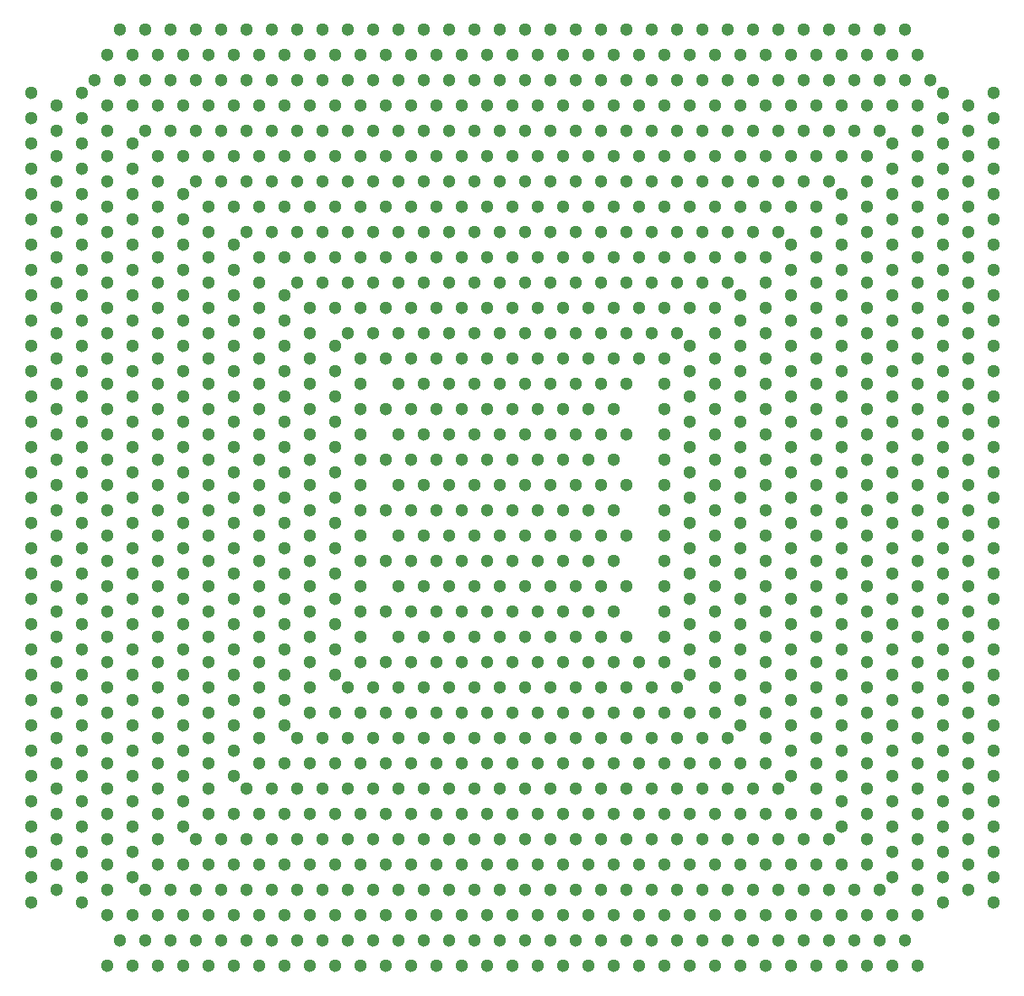
<source format=gbr>
G04 #@! TF.FileFunction,Copper,L1,Top,Signal*
%FSLAX46Y46*%
G04 Gerber Fmt 4.6, Leading zero omitted, Abs format (unit mm)*
G04 Created by KiCad (PCBNEW 4.0.7) date 11/22/17 23:51:00*
%MOMM*%
%LPD*%
G01*
G04 APERTURE LIST*
%ADD10C,0.100000*%
%ADD11C,1.300000*%
G04 APERTURE END LIST*
D10*
D11*
X125730000Y-66040000D03*
X127000000Y-68580000D03*
X128270000Y-66040000D03*
X129540000Y-68580000D03*
X130810000Y-66040000D03*
X132080000Y-68580000D03*
X133350000Y-66040000D03*
X134620000Y-68580000D03*
X135890000Y-66040000D03*
X137160000Y-68580000D03*
X138430000Y-66040000D03*
X139700000Y-68580000D03*
X140970000Y-66040000D03*
X142240000Y-68580000D03*
X143510000Y-66040000D03*
X144780000Y-68580000D03*
X146050000Y-66040000D03*
X147320000Y-68580000D03*
X148590000Y-66040000D03*
X149860000Y-68580000D03*
X151130000Y-66040000D03*
X152400000Y-68580000D03*
X153670000Y-66040000D03*
X154940000Y-68580000D03*
X156210000Y-66040000D03*
X157480000Y-68580000D03*
X158750000Y-66040000D03*
X160020000Y-68580000D03*
X161290000Y-66040000D03*
X162560000Y-68580000D03*
X163830000Y-66040000D03*
X165100000Y-68580000D03*
X166370000Y-66040000D03*
X167640000Y-68580000D03*
X168910000Y-66040000D03*
X170180000Y-68580000D03*
X171450000Y-66040000D03*
X172720000Y-68580000D03*
X173990000Y-66040000D03*
X175260000Y-68580000D03*
X124460000Y-67310000D03*
X124460000Y-69850000D03*
X127000000Y-71120000D03*
X124460000Y-72390000D03*
X127000000Y-73660000D03*
X124460000Y-74930000D03*
X127000000Y-76200000D03*
X124460000Y-77470000D03*
X127000000Y-78740000D03*
X124460000Y-80010000D03*
X127000000Y-81280000D03*
X124460000Y-82550000D03*
X127000000Y-83820000D03*
X124460000Y-85090000D03*
X130810000Y-71120000D03*
X133350000Y-71120000D03*
X135890000Y-71120000D03*
X138430000Y-71120000D03*
X140970000Y-71120000D03*
X129540000Y-72390000D03*
X129540000Y-74930000D03*
X129540000Y-77470000D03*
X129540000Y-80010000D03*
X129540000Y-82550000D03*
X132080000Y-73660000D03*
X132080000Y-76200000D03*
X132080000Y-78740000D03*
X132080000Y-81280000D03*
X134620000Y-73660000D03*
X137160000Y-73660000D03*
X139700000Y-73660000D03*
X134620000Y-77470000D03*
X135890000Y-76200000D03*
X134620000Y-80010000D03*
X138430000Y-76200000D03*
X124460000Y-87630000D03*
X124460000Y-90170000D03*
X124460000Y-92710000D03*
X124460000Y-95250000D03*
X124460000Y-97790000D03*
X124460000Y-100330000D03*
X124460000Y-102870000D03*
X124460000Y-105410000D03*
X124460000Y-107950000D03*
X124460000Y-110490000D03*
X124460000Y-113030000D03*
X124460000Y-115570000D03*
X124460000Y-118110000D03*
X124460000Y-120650000D03*
X125730000Y-121920000D03*
X128270000Y-121920000D03*
X130810000Y-121920000D03*
X133350000Y-121920000D03*
X135890000Y-121920000D03*
X138430000Y-121920000D03*
X140970000Y-121920000D03*
X143510000Y-121920000D03*
X146050000Y-121920000D03*
X148590000Y-121920000D03*
X151130000Y-121920000D03*
X153670000Y-121920000D03*
X156210000Y-121920000D03*
X158750000Y-121920000D03*
X161290000Y-121920000D03*
X163830000Y-121920000D03*
X166370000Y-121920000D03*
X168910000Y-121920000D03*
X171450000Y-121920000D03*
X173990000Y-121920000D03*
X176530000Y-121920000D03*
X179070000Y-121920000D03*
X180340000Y-120650000D03*
X180340000Y-118110000D03*
X180340000Y-115570000D03*
X180340000Y-113030000D03*
X180340000Y-110490000D03*
X180340000Y-107950000D03*
X180340000Y-105410000D03*
X180340000Y-102870000D03*
X180340000Y-100330000D03*
X180340000Y-97790000D03*
X180340000Y-95250000D03*
X180340000Y-92710000D03*
X180340000Y-90170000D03*
X180340000Y-87630000D03*
X180340000Y-85090000D03*
X180340000Y-82550000D03*
X180340000Y-80010000D03*
X180340000Y-77470000D03*
X180340000Y-74930000D03*
X180340000Y-72390000D03*
X180340000Y-69850000D03*
X180340000Y-67310000D03*
X179070000Y-66040000D03*
X176530000Y-66040000D03*
X177800000Y-68580000D03*
X177800000Y-71120000D03*
X177800000Y-73660000D03*
X177800000Y-76200000D03*
X177800000Y-78740000D03*
X177800000Y-81280000D03*
X177800000Y-83820000D03*
X177800000Y-86360000D03*
X177800000Y-88900000D03*
X177800000Y-91440000D03*
X177800000Y-93980000D03*
X177800000Y-96520000D03*
X177800000Y-99060000D03*
X177800000Y-101600000D03*
X177800000Y-104140000D03*
X177800000Y-106680000D03*
X177800000Y-109220000D03*
X177800000Y-111760000D03*
X177800000Y-114300000D03*
X177800000Y-116840000D03*
X177800000Y-119380000D03*
X175260000Y-119380000D03*
X172720000Y-119380000D03*
X170180000Y-119380000D03*
X167640000Y-119380000D03*
X165100000Y-119380000D03*
X162560000Y-119380000D03*
X160020000Y-119380000D03*
X157480000Y-119380000D03*
X154940000Y-119380000D03*
X152400000Y-119380000D03*
X149860000Y-119380000D03*
X147320000Y-119380000D03*
X144780000Y-119380000D03*
X142240000Y-119380000D03*
X139700000Y-119380000D03*
X137160000Y-119380000D03*
X134620000Y-119380000D03*
X132080000Y-119380000D03*
X129540000Y-119380000D03*
X127000000Y-119380000D03*
X127000000Y-116840000D03*
X127000000Y-114300000D03*
X127000000Y-111760000D03*
X127000000Y-109220000D03*
X127000000Y-106680000D03*
X127000000Y-104140000D03*
X127000000Y-101600000D03*
X127000000Y-99060000D03*
X127000000Y-96520000D03*
X127000000Y-93980000D03*
X127000000Y-91440000D03*
X127000000Y-86360000D03*
X127000000Y-88900000D03*
X138430000Y-111760000D03*
X138430000Y-116840000D03*
X140970000Y-116840000D03*
X140970000Y-111760000D03*
X140970000Y-106680000D03*
X140970000Y-101600000D03*
X140970000Y-96520000D03*
X140970000Y-91440000D03*
X140970000Y-86360000D03*
X140970000Y-81280000D03*
X140970000Y-76200000D03*
X139700000Y-78740000D03*
X139700000Y-83820000D03*
X139700000Y-88900000D03*
X139700000Y-93980000D03*
X139700000Y-99060000D03*
X139700000Y-104140000D03*
X139700000Y-109220000D03*
X139700000Y-114300000D03*
X142240000Y-114300000D03*
X142240000Y-109220000D03*
X142240000Y-104140000D03*
X142240000Y-99060000D03*
X142240000Y-93980000D03*
X142240000Y-88900000D03*
X142240000Y-83820000D03*
X142240000Y-78740000D03*
X142240000Y-73660000D03*
X143510000Y-71120000D03*
X143510000Y-76200000D03*
X143510000Y-81280000D03*
X143510000Y-86360000D03*
X143510000Y-91440000D03*
X143510000Y-96520000D03*
X143510000Y-101600000D03*
X143510000Y-106680000D03*
X143510000Y-111760000D03*
X143510000Y-116840000D03*
X144780000Y-114300000D03*
X144780000Y-109220000D03*
X144780000Y-104140000D03*
X144780000Y-99060000D03*
X144780000Y-93980000D03*
X144780000Y-88900000D03*
X144780000Y-83820000D03*
X144780000Y-78740000D03*
X144780000Y-73660000D03*
X146050000Y-71120000D03*
X146050000Y-76200000D03*
X146050000Y-81280000D03*
X146050000Y-86360000D03*
X146050000Y-91440000D03*
X146050000Y-96520000D03*
X146050000Y-101600000D03*
X146050000Y-106680000D03*
X146050000Y-111760000D03*
X146050000Y-116840000D03*
X147320000Y-114300000D03*
X147320000Y-109220000D03*
X147320000Y-104140000D03*
X147320000Y-99060000D03*
X147320000Y-93980000D03*
X147320000Y-88900000D03*
X147320000Y-83820000D03*
X147320000Y-78740000D03*
X147320000Y-73660000D03*
X148590000Y-71120000D03*
X148590000Y-76200000D03*
X148590000Y-81280000D03*
X148590000Y-86360000D03*
X148590000Y-91440000D03*
X148590000Y-96520000D03*
X148590000Y-101600000D03*
X148590000Y-106680000D03*
X148590000Y-111760000D03*
X148590000Y-116840000D03*
X149860000Y-114300000D03*
X149860000Y-109220000D03*
X149860000Y-104140000D03*
X149860000Y-99060000D03*
X149860000Y-93980000D03*
X149860000Y-88900000D03*
X149860000Y-78740000D03*
X149860000Y-83820000D03*
X149860000Y-73660000D03*
X151130000Y-71120000D03*
X151130000Y-76200000D03*
X151130000Y-81280000D03*
X151130000Y-86360000D03*
X151130000Y-91440000D03*
X151130000Y-96520000D03*
X151130000Y-101600000D03*
X151130000Y-106680000D03*
X151130000Y-111760000D03*
X151130000Y-116840000D03*
X152400000Y-114300000D03*
X152400000Y-109220000D03*
X152400000Y-104140000D03*
X152400000Y-99060000D03*
X152400000Y-93980000D03*
X152400000Y-88900000D03*
X152400000Y-83820000D03*
X152400000Y-78740000D03*
X152400000Y-73660000D03*
X153670000Y-71120000D03*
X153670000Y-76200000D03*
X153670000Y-81280000D03*
X153670000Y-86360000D03*
X153670000Y-91440000D03*
X153670000Y-96520000D03*
X153670000Y-101600000D03*
X153670000Y-106680000D03*
X153670000Y-116840000D03*
X153670000Y-111760000D03*
X154940000Y-114300000D03*
X154940000Y-109220000D03*
X154940000Y-104140000D03*
X154940000Y-99060000D03*
X154940000Y-93980000D03*
X154940000Y-88900000D03*
X154940000Y-83820000D03*
X154940000Y-78740000D03*
X154940000Y-73660000D03*
X156210000Y-71120000D03*
X156210000Y-76200000D03*
X156210000Y-81280000D03*
X156210000Y-86360000D03*
X156210000Y-91440000D03*
X156210000Y-96520000D03*
X156210000Y-101600000D03*
X156210000Y-106680000D03*
X156210000Y-111760000D03*
X156210000Y-116840000D03*
X157480000Y-114300000D03*
X158750000Y-116840000D03*
X158750000Y-111760000D03*
X157480000Y-109220000D03*
X157480000Y-104140000D03*
X157480000Y-99060000D03*
X157480000Y-93980000D03*
X157480000Y-88900000D03*
X157480000Y-83820000D03*
X157480000Y-78740000D03*
X157480000Y-73660000D03*
X158750000Y-71120000D03*
X158750000Y-76200000D03*
X158750000Y-81280000D03*
X158750000Y-86360000D03*
X158750000Y-91440000D03*
X158750000Y-96520000D03*
X158750000Y-101600000D03*
X158750000Y-106680000D03*
X160020000Y-114300000D03*
X160020000Y-109220000D03*
X160020000Y-104140000D03*
X160020000Y-99060000D03*
X160020000Y-93980000D03*
X160020000Y-88900000D03*
X160020000Y-83820000D03*
X160020000Y-78740000D03*
X160020000Y-73660000D03*
X161290000Y-71120000D03*
X161290000Y-76200000D03*
X161290000Y-81280000D03*
X161290000Y-86360000D03*
X161290000Y-91440000D03*
X161290000Y-96520000D03*
X161290000Y-101600000D03*
X161290000Y-106680000D03*
X161290000Y-111760000D03*
X161290000Y-116840000D03*
X162560000Y-114300000D03*
X162560000Y-109220000D03*
X162560000Y-104140000D03*
X162560000Y-99060000D03*
X162560000Y-93980000D03*
X162560000Y-88900000D03*
X162560000Y-83820000D03*
X162560000Y-73660000D03*
X162560000Y-78740000D03*
X163830000Y-71120000D03*
X163830000Y-76200000D03*
X163830000Y-81280000D03*
X163830000Y-86360000D03*
X163830000Y-91440000D03*
X163830000Y-96520000D03*
X163830000Y-101600000D03*
X163830000Y-106680000D03*
X163830000Y-111760000D03*
X163830000Y-116840000D03*
X129540000Y-85090000D03*
X129540000Y-87630000D03*
X129540000Y-90170000D03*
X129540000Y-92710000D03*
X129540000Y-95250000D03*
X129540000Y-97790000D03*
X129540000Y-100330000D03*
X129540000Y-102870000D03*
X129540000Y-105410000D03*
X129540000Y-107950000D03*
X129540000Y-110490000D03*
X129540000Y-113030000D03*
X129540000Y-115570000D03*
X130810000Y-116840000D03*
X133350000Y-116840000D03*
X135890000Y-116840000D03*
X166370000Y-116840000D03*
X168910000Y-116840000D03*
X171450000Y-116840000D03*
X173990000Y-116840000D03*
X175260000Y-115570000D03*
X175260000Y-113030000D03*
X175260000Y-110490000D03*
X175260000Y-107950000D03*
X175260000Y-105410000D03*
X175260000Y-102870000D03*
X175260000Y-100330000D03*
X175260000Y-97790000D03*
X175260000Y-95250000D03*
X175260000Y-92710000D03*
X175260000Y-90170000D03*
X175260000Y-87630000D03*
X175260000Y-85090000D03*
X175260000Y-82550000D03*
X175260000Y-80010000D03*
X175260000Y-77470000D03*
X175260000Y-74930000D03*
X175260000Y-72390000D03*
X173990000Y-71120000D03*
X171450000Y-71120000D03*
X168910000Y-71120000D03*
X166370000Y-71120000D03*
X165100000Y-73660000D03*
X167640000Y-73660000D03*
X170180000Y-73660000D03*
X172720000Y-73660000D03*
X172720000Y-76200000D03*
X172720000Y-78740000D03*
X172720000Y-81280000D03*
X172720000Y-83820000D03*
X172720000Y-86360000D03*
X172720000Y-88900000D03*
X172720000Y-91440000D03*
X172720000Y-93980000D03*
X172720000Y-96520000D03*
X172720000Y-99060000D03*
X172720000Y-101600000D03*
X172720000Y-104140000D03*
X172720000Y-106680000D03*
X172720000Y-109220000D03*
X172720000Y-111760000D03*
X172720000Y-114300000D03*
X170180000Y-114300000D03*
X167640000Y-114300000D03*
X165100000Y-114300000D03*
X137160000Y-114300000D03*
X134620000Y-114300000D03*
X132080000Y-114300000D03*
X132080000Y-111760000D03*
X132080000Y-109220000D03*
X132080000Y-106680000D03*
X132080000Y-104140000D03*
X132080000Y-101600000D03*
X132080000Y-99060000D03*
X132080000Y-96520000D03*
X132080000Y-93980000D03*
X132080000Y-91440000D03*
X132080000Y-88900000D03*
X132080000Y-86360000D03*
X132080000Y-83820000D03*
X134620000Y-82550000D03*
X134620000Y-85090000D03*
X134620000Y-87630000D03*
X134620000Y-90170000D03*
X134620000Y-92710000D03*
X134620000Y-95250000D03*
X134620000Y-97790000D03*
X134620000Y-100330000D03*
X134620000Y-102870000D03*
X134620000Y-105410000D03*
X134620000Y-107950000D03*
X134620000Y-110490000D03*
X135890000Y-111760000D03*
X166370000Y-111760000D03*
X168910000Y-111760000D03*
X170180000Y-110490000D03*
X170180000Y-107950000D03*
X170180000Y-105410000D03*
X170180000Y-102870000D03*
X170180000Y-100330000D03*
X170180000Y-97790000D03*
X170180000Y-95250000D03*
X170180000Y-92710000D03*
X170180000Y-90170000D03*
X170180000Y-87630000D03*
X170180000Y-85090000D03*
X170180000Y-82550000D03*
X170180000Y-80010000D03*
X170180000Y-77470000D03*
X168910000Y-76200000D03*
X166370000Y-76200000D03*
X137160000Y-78740000D03*
X165100000Y-78740000D03*
X167640000Y-78740000D03*
X167640000Y-81280000D03*
X167640000Y-83820000D03*
X167640000Y-86360000D03*
X167640000Y-88900000D03*
X167640000Y-91440000D03*
X167640000Y-93980000D03*
X167640000Y-96520000D03*
X167640000Y-99060000D03*
X167640000Y-101600000D03*
X167640000Y-104140000D03*
X167640000Y-106680000D03*
X167640000Y-109220000D03*
X165100000Y-109220000D03*
X137160000Y-109220000D03*
X137160000Y-106680000D03*
X137160000Y-104140000D03*
X137160000Y-101600000D03*
X137160000Y-99060000D03*
X137160000Y-96520000D03*
X137160000Y-93980000D03*
X137160000Y-91440000D03*
X137160000Y-88900000D03*
X137160000Y-86360000D03*
X137160000Y-83820000D03*
X137160000Y-81280000D03*
X124460000Y-63500000D03*
X127000000Y-63500000D03*
X129540000Y-63500000D03*
X132080000Y-63500000D03*
X134620000Y-63500000D03*
X137160000Y-63500000D03*
X139700000Y-63500000D03*
X142240000Y-63500000D03*
X144780000Y-63500000D03*
X147320000Y-63500000D03*
X149860000Y-63500000D03*
X152400000Y-63500000D03*
X154940000Y-63500000D03*
X157480000Y-63500000D03*
X160020000Y-63500000D03*
X162560000Y-63500000D03*
X165100000Y-63500000D03*
X167640000Y-63500000D03*
X170180000Y-63500000D03*
X172720000Y-63500000D03*
X175260000Y-63500000D03*
X177800000Y-63500000D03*
X125730000Y-60960000D03*
X128270000Y-60960000D03*
X130810000Y-60960000D03*
X133350000Y-60960000D03*
X135890000Y-60960000D03*
X138430000Y-60960000D03*
X140970000Y-60960000D03*
X143510000Y-60960000D03*
X146050000Y-60960000D03*
X148590000Y-60960000D03*
X151130000Y-60960000D03*
X153670000Y-60960000D03*
X156210000Y-60960000D03*
X158750000Y-60960000D03*
X161290000Y-60960000D03*
X163830000Y-60960000D03*
X166370000Y-60960000D03*
X168910000Y-60960000D03*
X171450000Y-60960000D03*
X173990000Y-60960000D03*
X176530000Y-60960000D03*
X179070000Y-60960000D03*
X182880000Y-66040000D03*
X182880000Y-68580000D03*
X182880000Y-71120000D03*
X182880000Y-73660000D03*
X182880000Y-76200000D03*
X182880000Y-78740000D03*
X182880000Y-81280000D03*
X182880000Y-83820000D03*
X182880000Y-86360000D03*
X182880000Y-88900000D03*
X182880000Y-91440000D03*
X182880000Y-93980000D03*
X182880000Y-96520000D03*
X182880000Y-99060000D03*
X182880000Y-101600000D03*
X182880000Y-104140000D03*
X182880000Y-106680000D03*
X182880000Y-109220000D03*
X182880000Y-111760000D03*
X182880000Y-114300000D03*
X182880000Y-116840000D03*
X182880000Y-119380000D03*
X185420000Y-120650000D03*
X185420000Y-118110000D03*
X185420000Y-115570000D03*
X185420000Y-113030000D03*
X185420000Y-110490000D03*
X185420000Y-107950000D03*
X185420000Y-105410000D03*
X185420000Y-102870000D03*
X185420000Y-100330000D03*
X185420000Y-97790000D03*
X185420000Y-95250000D03*
X185420000Y-92710000D03*
X185420000Y-90170000D03*
X185420000Y-87630000D03*
X185420000Y-85090000D03*
X185420000Y-82550000D03*
X185420000Y-80010000D03*
X185420000Y-77470000D03*
X185420000Y-74930000D03*
X185420000Y-72390000D03*
X185420000Y-69850000D03*
X185420000Y-67310000D03*
X121920000Y-66040000D03*
X121920000Y-68580000D03*
X121920000Y-71120000D03*
X121920000Y-73660000D03*
X121920000Y-76200000D03*
X121920000Y-78740000D03*
X121920000Y-81280000D03*
X119380000Y-82550000D03*
X119380000Y-80010000D03*
X119380000Y-77470000D03*
X119380000Y-74930000D03*
X119380000Y-72390000D03*
X119380000Y-69850000D03*
X119380000Y-67310000D03*
X119380000Y-85090000D03*
X121920000Y-83820000D03*
X121920000Y-86360000D03*
X121920000Y-88900000D03*
X121920000Y-91440000D03*
X121920000Y-93980000D03*
X121920000Y-96520000D03*
X121920000Y-99060000D03*
X121920000Y-101600000D03*
X121920000Y-104140000D03*
X119380000Y-105410000D03*
X119380000Y-102870000D03*
X119380000Y-100330000D03*
X119380000Y-97790000D03*
X119380000Y-95250000D03*
X119380000Y-92710000D03*
X119380000Y-90170000D03*
X119380000Y-87630000D03*
X119380000Y-107950000D03*
X121920000Y-106680000D03*
X121920000Y-109220000D03*
X121920000Y-111760000D03*
X121920000Y-114300000D03*
X121920000Y-116840000D03*
X121920000Y-119380000D03*
X119380000Y-120650000D03*
X119380000Y-118110000D03*
X119380000Y-115570000D03*
X119380000Y-113030000D03*
X119380000Y-110490000D03*
X124460000Y-124460000D03*
X127000000Y-124460000D03*
X129540000Y-124460000D03*
X132080000Y-124460000D03*
X134620000Y-124460000D03*
X137160000Y-124460000D03*
X139700000Y-124460000D03*
X142240000Y-124460000D03*
X144780000Y-124460000D03*
X147320000Y-124460000D03*
X149860000Y-124460000D03*
X151130000Y-127000000D03*
X148590000Y-127000000D03*
X146050000Y-127000000D03*
X143510000Y-127000000D03*
X140970000Y-127000000D03*
X138430000Y-127000000D03*
X135890000Y-127000000D03*
X133350000Y-127000000D03*
X130810000Y-127000000D03*
X128270000Y-127000000D03*
X125730000Y-127000000D03*
X152400000Y-124460000D03*
X154940000Y-124460000D03*
X157480000Y-124460000D03*
X160020000Y-124460000D03*
X162560000Y-124460000D03*
X165100000Y-124460000D03*
X167640000Y-124460000D03*
X170180000Y-124460000D03*
X172720000Y-124460000D03*
X175260000Y-124460000D03*
X177800000Y-124460000D03*
X176530000Y-127000000D03*
X173990000Y-127000000D03*
X171450000Y-127000000D03*
X168910000Y-127000000D03*
X166370000Y-127000000D03*
X163830000Y-127000000D03*
X161290000Y-127000000D03*
X158750000Y-127000000D03*
X156210000Y-127000000D03*
X153670000Y-127000000D03*
X179070000Y-127000000D03*
X121920000Y-121920000D03*
X121920000Y-124460000D03*
X123190000Y-127000000D03*
X120650000Y-127000000D03*
X119380000Y-125730000D03*
X119380000Y-123190000D03*
X119380000Y-129540000D03*
X121920000Y-129540000D03*
X124460000Y-129540000D03*
X127000000Y-129540000D03*
X129540000Y-129540000D03*
X132080000Y-129540000D03*
X134620000Y-129540000D03*
X137160000Y-129540000D03*
X139700000Y-129540000D03*
X142240000Y-129540000D03*
X144780000Y-129540000D03*
X147320000Y-129540000D03*
X149860000Y-129540000D03*
X152400000Y-129540000D03*
X154940000Y-129540000D03*
X157480000Y-129540000D03*
X160020000Y-129540000D03*
X162560000Y-129540000D03*
X165100000Y-129540000D03*
X167640000Y-129540000D03*
X170180000Y-129540000D03*
X172720000Y-129540000D03*
X175260000Y-129540000D03*
X177800000Y-129540000D03*
X180340000Y-129540000D03*
X180340000Y-124460000D03*
X182880000Y-124460000D03*
X182880000Y-121920000D03*
X181610000Y-127000000D03*
X184150000Y-127000000D03*
X185420000Y-125730000D03*
X185420000Y-123190000D03*
X182880000Y-129540000D03*
X185420000Y-129540000D03*
X187960000Y-129540000D03*
X187960000Y-127000000D03*
X187960000Y-124460000D03*
X187960000Y-121920000D03*
X187960000Y-119380000D03*
X187960000Y-116840000D03*
X187960000Y-114300000D03*
X187960000Y-111760000D03*
X187960000Y-109220000D03*
X187960000Y-106680000D03*
X187960000Y-104140000D03*
X187960000Y-101600000D03*
X187960000Y-99060000D03*
X187960000Y-96520000D03*
X187960000Y-93980000D03*
X187960000Y-91440000D03*
X187960000Y-88900000D03*
X187960000Y-86360000D03*
X187960000Y-83820000D03*
X187960000Y-81280000D03*
X187960000Y-78740000D03*
X187960000Y-76200000D03*
X187960000Y-73660000D03*
X187960000Y-71120000D03*
X187960000Y-68580000D03*
X187960000Y-66040000D03*
X187960000Y-63500000D03*
X187960000Y-60960000D03*
X180340000Y-63500000D03*
X182880000Y-63500000D03*
X185420000Y-64770000D03*
X185420000Y-62230000D03*
X184150000Y-60960000D03*
X181610000Y-60960000D03*
X187960000Y-58420000D03*
X185420000Y-58420000D03*
X182880000Y-58420000D03*
X180340000Y-58420000D03*
X177800000Y-58420000D03*
X175260000Y-58420000D03*
X172720000Y-58420000D03*
X170180000Y-58420000D03*
X167640000Y-58420000D03*
X165100000Y-58420000D03*
X162560000Y-58420000D03*
X160020000Y-58420000D03*
X157480000Y-58420000D03*
X154940000Y-58420000D03*
X152400000Y-58420000D03*
X149860000Y-58420000D03*
X147320000Y-58420000D03*
X144780000Y-58420000D03*
X142240000Y-58420000D03*
X139700000Y-58420000D03*
X134620000Y-58420000D03*
X137160000Y-58420000D03*
X132080000Y-58420000D03*
X129540000Y-58420000D03*
X127000000Y-58420000D03*
X123190000Y-60960000D03*
X121920000Y-63500000D03*
X119380000Y-64770000D03*
X119380000Y-62230000D03*
X120650000Y-60960000D03*
X124460000Y-58420000D03*
X121920000Y-58420000D03*
X119380000Y-58420000D03*
X116840000Y-58420000D03*
X116840000Y-60960000D03*
X116840000Y-63500000D03*
X116840000Y-66040000D03*
X116840000Y-68580000D03*
X116840000Y-71120000D03*
X116840000Y-73660000D03*
X116840000Y-76200000D03*
X116840000Y-78740000D03*
X116840000Y-81280000D03*
X116840000Y-83820000D03*
X116840000Y-86360000D03*
X116840000Y-88900000D03*
X116840000Y-91440000D03*
X116840000Y-93980000D03*
X116840000Y-96520000D03*
X116840000Y-99060000D03*
X116840000Y-101600000D03*
X116840000Y-104140000D03*
X116840000Y-106680000D03*
X116840000Y-109220000D03*
X116840000Y-111760000D03*
X116840000Y-114300000D03*
X116840000Y-116840000D03*
X116840000Y-119380000D03*
X116840000Y-121920000D03*
X116840000Y-124460000D03*
X116840000Y-127000000D03*
X116840000Y-129540000D03*
X115570000Y-132080000D03*
X118110000Y-132080000D03*
X120650000Y-132080000D03*
X123190000Y-132080000D03*
X125730000Y-132080000D03*
X128270000Y-132080000D03*
X130810000Y-132080000D03*
X133350000Y-132080000D03*
X135890000Y-132080000D03*
X138430000Y-132080000D03*
X140970000Y-132080000D03*
X143510000Y-132080000D03*
X146050000Y-132080000D03*
X148590000Y-132080000D03*
X151130000Y-132080000D03*
X153670000Y-132080000D03*
X156210000Y-132080000D03*
X158750000Y-132080000D03*
X161290000Y-132080000D03*
X163830000Y-132080000D03*
X166370000Y-132080000D03*
X168910000Y-132080000D03*
X171450000Y-132080000D03*
X173990000Y-132080000D03*
X176530000Y-132080000D03*
X179070000Y-132080000D03*
X181610000Y-132080000D03*
X184150000Y-132080000D03*
X186690000Y-132080000D03*
X189230000Y-132080000D03*
X190500000Y-130810000D03*
X190500000Y-128270000D03*
X190500000Y-125730000D03*
X190500000Y-123190000D03*
X190500000Y-120650000D03*
X190500000Y-118110000D03*
X190500000Y-115570000D03*
X190500000Y-113030000D03*
X190500000Y-110490000D03*
X190500000Y-107950000D03*
X190500000Y-105410000D03*
X190500000Y-102870000D03*
X190500000Y-100330000D03*
X190500000Y-97790000D03*
X190500000Y-95250000D03*
X190500000Y-92710000D03*
X190500000Y-90170000D03*
X190500000Y-85090000D03*
X190500000Y-87630000D03*
X190500000Y-82550000D03*
X190500000Y-80010000D03*
X190500000Y-77470000D03*
X190500000Y-74930000D03*
X190500000Y-72390000D03*
X190500000Y-69850000D03*
X190500000Y-67310000D03*
X190500000Y-64770000D03*
X190500000Y-62230000D03*
X190500000Y-59690000D03*
X190500000Y-57150000D03*
X189230000Y-55880000D03*
X186690000Y-55880000D03*
X184150000Y-55880000D03*
X181610000Y-55880000D03*
X179070000Y-55880000D03*
X176530000Y-55880000D03*
X173990000Y-55880000D03*
X171450000Y-55880000D03*
X168910000Y-55880000D03*
X166370000Y-55880000D03*
X163830000Y-55880000D03*
X161290000Y-55880000D03*
X158750000Y-55880000D03*
X156210000Y-55880000D03*
X153670000Y-55880000D03*
X151130000Y-55880000D03*
X148590000Y-55880000D03*
X146050000Y-55880000D03*
X143510000Y-55880000D03*
X140970000Y-55880000D03*
X138430000Y-55880000D03*
X135890000Y-55880000D03*
X133350000Y-55880000D03*
X130810000Y-55880000D03*
X128270000Y-55880000D03*
X125730000Y-55880000D03*
X123190000Y-55880000D03*
X120650000Y-55880000D03*
X118110000Y-55880000D03*
X115570000Y-55880000D03*
X111760000Y-53340000D03*
X114300000Y-53340000D03*
X116840000Y-53340000D03*
X119380000Y-53340000D03*
X121920000Y-53340000D03*
X124460000Y-53340000D03*
X127000000Y-53340000D03*
X129540000Y-53340000D03*
X132080000Y-53340000D03*
X134620000Y-53340000D03*
X137160000Y-53340000D03*
X139700000Y-53340000D03*
X142240000Y-53340000D03*
X144780000Y-53340000D03*
X147320000Y-53340000D03*
X149860000Y-53340000D03*
X152400000Y-53340000D03*
X154940000Y-53340000D03*
X157480000Y-53340000D03*
X160020000Y-53340000D03*
X162560000Y-53340000D03*
X165100000Y-53340000D03*
X167640000Y-53340000D03*
X170180000Y-53340000D03*
X172720000Y-53340000D03*
X175260000Y-53340000D03*
X177800000Y-53340000D03*
X180340000Y-53340000D03*
X182880000Y-53340000D03*
X185420000Y-53340000D03*
X187960000Y-53340000D03*
X190500000Y-53340000D03*
X193040000Y-53340000D03*
X195580000Y-52070000D03*
X194310000Y-50800000D03*
X191770000Y-50800000D03*
X189230000Y-50800000D03*
X186690000Y-50800000D03*
X184150000Y-50800000D03*
X181610000Y-50800000D03*
X179070000Y-50800000D03*
X176530000Y-50800000D03*
X173990000Y-50800000D03*
X171450000Y-50800000D03*
X168910000Y-50800000D03*
X166370000Y-50800000D03*
X163830000Y-50800000D03*
X161290000Y-50800000D03*
X158750000Y-50800000D03*
X156210000Y-50800000D03*
X153670000Y-50800000D03*
X151130000Y-50800000D03*
X148590000Y-50800000D03*
X146050000Y-50800000D03*
X143510000Y-50800000D03*
X140970000Y-50800000D03*
X138430000Y-50800000D03*
X135890000Y-50800000D03*
X133350000Y-50800000D03*
X130810000Y-50800000D03*
X128270000Y-50800000D03*
X125730000Y-50800000D03*
X123190000Y-50800000D03*
X120650000Y-50800000D03*
X118110000Y-50800000D03*
X115570000Y-50800000D03*
X113030000Y-50800000D03*
X110490000Y-50800000D03*
X109220000Y-52070000D03*
X111760000Y-48260000D03*
X114300000Y-48260000D03*
X116840000Y-48260000D03*
X119380000Y-48260000D03*
X121920000Y-48260000D03*
X124460000Y-48260000D03*
X127000000Y-48260000D03*
X129540000Y-48260000D03*
X132080000Y-48260000D03*
X134620000Y-48260000D03*
X137160000Y-48260000D03*
X139700000Y-48260000D03*
X142240000Y-48260000D03*
X144780000Y-48260000D03*
X147320000Y-48260000D03*
X149860000Y-48260000D03*
X152400000Y-48260000D03*
X154940000Y-48260000D03*
X157480000Y-48260000D03*
X160020000Y-48260000D03*
X162560000Y-48260000D03*
X165100000Y-48260000D03*
X167640000Y-48260000D03*
X170180000Y-48260000D03*
X172720000Y-48260000D03*
X175260000Y-48260000D03*
X177800000Y-48260000D03*
X180340000Y-48260000D03*
X182880000Y-48260000D03*
X185420000Y-48260000D03*
X187960000Y-48260000D03*
X190500000Y-48260000D03*
X193040000Y-48260000D03*
X191770000Y-45720000D03*
X189230000Y-45720000D03*
X186690000Y-45720000D03*
X184150000Y-45720000D03*
X181610000Y-45720000D03*
X179070000Y-45720000D03*
X176530000Y-45720000D03*
X173990000Y-45720000D03*
X171450000Y-45720000D03*
X168910000Y-45720000D03*
X166370000Y-45720000D03*
X163830000Y-45720000D03*
X161290000Y-45720000D03*
X158750000Y-45720000D03*
X156210000Y-45720000D03*
X153670000Y-45720000D03*
X151130000Y-45720000D03*
X148590000Y-45720000D03*
X146050000Y-45720000D03*
X143510000Y-45720000D03*
X140970000Y-45720000D03*
X138430000Y-45720000D03*
X135890000Y-45720000D03*
X133350000Y-45720000D03*
X130810000Y-45720000D03*
X128270000Y-45720000D03*
X125730000Y-45720000D03*
X123190000Y-45720000D03*
X120650000Y-45720000D03*
X118110000Y-45720000D03*
X115570000Y-45720000D03*
X113030000Y-45720000D03*
X114300000Y-57150000D03*
X114300000Y-59690000D03*
X114300000Y-62230000D03*
X114300000Y-64770000D03*
X114300000Y-67310000D03*
X114300000Y-69850000D03*
X114300000Y-72390000D03*
X114300000Y-74930000D03*
X114300000Y-77470000D03*
X114300000Y-80010000D03*
X114300000Y-82550000D03*
X114300000Y-85090000D03*
X114300000Y-87630000D03*
X114300000Y-90170000D03*
X114300000Y-92710000D03*
X114300000Y-95250000D03*
X114300000Y-97790000D03*
X114300000Y-100330000D03*
X114300000Y-102870000D03*
X114300000Y-105410000D03*
X114300000Y-107950000D03*
X114300000Y-110490000D03*
X114300000Y-113030000D03*
X114300000Y-115570000D03*
X114300000Y-118110000D03*
X114300000Y-120650000D03*
X114300000Y-123190000D03*
X114300000Y-125730000D03*
X114300000Y-128270000D03*
X114300000Y-130810000D03*
X111760000Y-55880000D03*
X111760000Y-58420000D03*
X111760000Y-60960000D03*
X111760000Y-63500000D03*
X111760000Y-66040000D03*
X111760000Y-68580000D03*
X111760000Y-71120000D03*
X111760000Y-73660000D03*
X111760000Y-76200000D03*
X111760000Y-78740000D03*
X111760000Y-81280000D03*
X111760000Y-83820000D03*
X111760000Y-86360000D03*
X111760000Y-88900000D03*
X111760000Y-91440000D03*
X111760000Y-93980000D03*
X111760000Y-96520000D03*
X111760000Y-99060000D03*
X111760000Y-101600000D03*
X111760000Y-104140000D03*
X111760000Y-106680000D03*
X111760000Y-109220000D03*
X111760000Y-111760000D03*
X111760000Y-114300000D03*
X111760000Y-116840000D03*
X111760000Y-119380000D03*
X111760000Y-121920000D03*
X111760000Y-124460000D03*
X111760000Y-127000000D03*
X111760000Y-129540000D03*
X111760000Y-132080000D03*
X111760000Y-134620000D03*
X109220000Y-133350000D03*
X109220000Y-130810000D03*
X109220000Y-128270000D03*
X109220000Y-125730000D03*
X109220000Y-123190000D03*
X109220000Y-120650000D03*
X109220000Y-118110000D03*
X109220000Y-115570000D03*
X109220000Y-113030000D03*
X109220000Y-110490000D03*
X109220000Y-107950000D03*
X109220000Y-105410000D03*
X109220000Y-102870000D03*
X109220000Y-100330000D03*
X109220000Y-97790000D03*
X109220000Y-95250000D03*
X109220000Y-92710000D03*
X109220000Y-90170000D03*
X109220000Y-87630000D03*
X109220000Y-85090000D03*
X109220000Y-82550000D03*
X109220000Y-80010000D03*
X109220000Y-77470000D03*
X109220000Y-74930000D03*
X109220000Y-72390000D03*
X109220000Y-69850000D03*
X109220000Y-67310000D03*
X109220000Y-64770000D03*
X109220000Y-62230000D03*
X109220000Y-59690000D03*
X109220000Y-57150000D03*
X109220000Y-54610000D03*
X106680000Y-53340000D03*
X106680000Y-55880000D03*
X106680000Y-58420000D03*
X106680000Y-60960000D03*
X106680000Y-63500000D03*
X104140000Y-62230000D03*
X104140000Y-59690000D03*
X104140000Y-57150000D03*
X104140000Y-54610000D03*
X104140000Y-52070000D03*
X104140000Y-64770000D03*
X104140000Y-67310000D03*
X104140000Y-69850000D03*
X104140000Y-72390000D03*
X104140000Y-74930000D03*
X104140000Y-77470000D03*
X104140000Y-80010000D03*
X104140000Y-82550000D03*
X106680000Y-81280000D03*
X106680000Y-78740000D03*
X106680000Y-76200000D03*
X106680000Y-73660000D03*
X106680000Y-71120000D03*
X106680000Y-68580000D03*
X106680000Y-66040000D03*
X106680000Y-83820000D03*
X106680000Y-86360000D03*
X106680000Y-88900000D03*
X106680000Y-91440000D03*
X106680000Y-93980000D03*
X106680000Y-96520000D03*
X106680000Y-99060000D03*
X106680000Y-101600000D03*
X104140000Y-100330000D03*
X104140000Y-97790000D03*
X104140000Y-95250000D03*
X104140000Y-92710000D03*
X104140000Y-90170000D03*
X104140000Y-87630000D03*
X104140000Y-85090000D03*
X104140000Y-102870000D03*
X104140000Y-105410000D03*
X104140000Y-107950000D03*
X104140000Y-110490000D03*
X104140000Y-113030000D03*
X104140000Y-115570000D03*
X104140000Y-118110000D03*
X106680000Y-119380000D03*
X106680000Y-116840000D03*
X106680000Y-114300000D03*
X106680000Y-111760000D03*
X106680000Y-109220000D03*
X106680000Y-106680000D03*
X106680000Y-104140000D03*
X106680000Y-121920000D03*
X106680000Y-124460000D03*
X106680000Y-127000000D03*
X106680000Y-129540000D03*
X106680000Y-132080000D03*
X104140000Y-133350000D03*
X104140000Y-130810000D03*
X104140000Y-128270000D03*
X104140000Y-125730000D03*
X104140000Y-123190000D03*
X104140000Y-120650000D03*
X114300000Y-134620000D03*
X116840000Y-134620000D03*
X119380000Y-134620000D03*
X121920000Y-134620000D03*
X124460000Y-134620000D03*
X127000000Y-134620000D03*
X129540000Y-134620000D03*
X132080000Y-134620000D03*
X134620000Y-134620000D03*
X137160000Y-134620000D03*
X139700000Y-134620000D03*
X142240000Y-134620000D03*
X144780000Y-134620000D03*
X147320000Y-134620000D03*
X146050000Y-137160000D03*
X143510000Y-137160000D03*
X140970000Y-137160000D03*
X138430000Y-137160000D03*
X135890000Y-137160000D03*
X133350000Y-137160000D03*
X130810000Y-137160000D03*
X128270000Y-137160000D03*
X125730000Y-137160000D03*
X123190000Y-137160000D03*
X120650000Y-137160000D03*
X118110000Y-137160000D03*
X115570000Y-137160000D03*
X113030000Y-137160000D03*
X111760000Y-139700000D03*
X114300000Y-139700000D03*
X116840000Y-139700000D03*
X119380000Y-139700000D03*
X121920000Y-139700000D03*
X124460000Y-139700000D03*
X127000000Y-139700000D03*
X129540000Y-139700000D03*
X132080000Y-139700000D03*
X134620000Y-139700000D03*
X137160000Y-139700000D03*
X139700000Y-139700000D03*
X142240000Y-139700000D03*
X144780000Y-139700000D03*
X147320000Y-139700000D03*
X149860000Y-134620000D03*
X152400000Y-134620000D03*
X154940000Y-134620000D03*
X157480000Y-134620000D03*
X160020000Y-134620000D03*
X162560000Y-134620000D03*
X165100000Y-134620000D03*
X167640000Y-134620000D03*
X170180000Y-134620000D03*
X172720000Y-134620000D03*
X175260000Y-134620000D03*
X177800000Y-134620000D03*
X180340000Y-134620000D03*
X182880000Y-134620000D03*
X185420000Y-134620000D03*
X187960000Y-134620000D03*
X190500000Y-134620000D03*
X193040000Y-134620000D03*
X191770000Y-137160000D03*
X189230000Y-137160000D03*
X186690000Y-137160000D03*
X184150000Y-137160000D03*
X181610000Y-137160000D03*
X179070000Y-137160000D03*
X176530000Y-137160000D03*
X173990000Y-137160000D03*
X171450000Y-137160000D03*
X168910000Y-137160000D03*
X166370000Y-137160000D03*
X163830000Y-137160000D03*
X161290000Y-137160000D03*
X158750000Y-137160000D03*
X156210000Y-137160000D03*
X153670000Y-137160000D03*
X151130000Y-137160000D03*
X148590000Y-137160000D03*
X149860000Y-139700000D03*
X152400000Y-139700000D03*
X154940000Y-139700000D03*
X157480000Y-139700000D03*
X160020000Y-139700000D03*
X162560000Y-139700000D03*
X165100000Y-139700000D03*
X167640000Y-139700000D03*
X170180000Y-139700000D03*
X172720000Y-139700000D03*
X175260000Y-139700000D03*
X177800000Y-139700000D03*
X180340000Y-139700000D03*
X182880000Y-139700000D03*
X185420000Y-139700000D03*
X187960000Y-139700000D03*
X190500000Y-139700000D03*
X193040000Y-139700000D03*
X193040000Y-132080000D03*
X193040000Y-129540000D03*
X193040000Y-127000000D03*
X193040000Y-124460000D03*
X193040000Y-121920000D03*
X193040000Y-119380000D03*
X195580000Y-120650000D03*
X195580000Y-123190000D03*
X195580000Y-125730000D03*
X195580000Y-128270000D03*
X195580000Y-130810000D03*
X195580000Y-133350000D03*
X198120000Y-132080000D03*
X198120000Y-129540000D03*
X198120000Y-127000000D03*
X198120000Y-124460000D03*
X198120000Y-121920000D03*
X198120000Y-119380000D03*
X200660000Y-120650000D03*
X200660000Y-123190000D03*
X200660000Y-125730000D03*
X200660000Y-128270000D03*
X200660000Y-130810000D03*
X200660000Y-133350000D03*
X193040000Y-116840000D03*
X193040000Y-114300000D03*
X193040000Y-111760000D03*
X193040000Y-109220000D03*
X193040000Y-106680000D03*
X193040000Y-104140000D03*
X193040000Y-101600000D03*
X193040000Y-99060000D03*
X193040000Y-96520000D03*
X193040000Y-93980000D03*
X195580000Y-92710000D03*
X195580000Y-95250000D03*
X195580000Y-97790000D03*
X195580000Y-100330000D03*
X195580000Y-102870000D03*
X195580000Y-105410000D03*
X195580000Y-107950000D03*
X195580000Y-110490000D03*
X195580000Y-113030000D03*
X195580000Y-115570000D03*
X195580000Y-118110000D03*
X198120000Y-116840000D03*
X198120000Y-114300000D03*
X198120000Y-111760000D03*
X198120000Y-109220000D03*
X198120000Y-106680000D03*
X198120000Y-104140000D03*
X198120000Y-101600000D03*
X198120000Y-99060000D03*
X200660000Y-97790000D03*
X200660000Y-100330000D03*
X200660000Y-102870000D03*
X200660000Y-105410000D03*
X200660000Y-107950000D03*
X200660000Y-110490000D03*
X200660000Y-113030000D03*
X200660000Y-115570000D03*
X200660000Y-118110000D03*
X198120000Y-96520000D03*
X198120000Y-93980000D03*
X198120000Y-91440000D03*
X198120000Y-88900000D03*
X198120000Y-86360000D03*
X198120000Y-83820000D03*
X198120000Y-81280000D03*
X198120000Y-78740000D03*
X198120000Y-76200000D03*
X200660000Y-74930000D03*
X200660000Y-77470000D03*
X200660000Y-80010000D03*
X200660000Y-82550000D03*
X200660000Y-85090000D03*
X200660000Y-87630000D03*
X200660000Y-90170000D03*
X200660000Y-92710000D03*
X200660000Y-95250000D03*
X193040000Y-91440000D03*
X193040000Y-88900000D03*
X193040000Y-86360000D03*
X193040000Y-83820000D03*
X193040000Y-81280000D03*
X193040000Y-78740000D03*
X193040000Y-76200000D03*
X195580000Y-74930000D03*
X195580000Y-77470000D03*
X195580000Y-80010000D03*
X195580000Y-82550000D03*
X195580000Y-85090000D03*
X195580000Y-87630000D03*
X195580000Y-90170000D03*
X193040000Y-73660000D03*
X193040000Y-71120000D03*
X193040000Y-68580000D03*
X193040000Y-66040000D03*
X193040000Y-63500000D03*
X193040000Y-60960000D03*
X193040000Y-58420000D03*
X193040000Y-55880000D03*
X195580000Y-54610000D03*
X195580000Y-57150000D03*
X195580000Y-59690000D03*
X195580000Y-62230000D03*
X195580000Y-64770000D03*
X195580000Y-67310000D03*
X195580000Y-69850000D03*
X195580000Y-72390000D03*
X198120000Y-73660000D03*
X198120000Y-71120000D03*
X198120000Y-68580000D03*
X198120000Y-66040000D03*
X198120000Y-63500000D03*
X198120000Y-60960000D03*
X198120000Y-58420000D03*
X198120000Y-55880000D03*
X198120000Y-53340000D03*
X200660000Y-52070000D03*
X200660000Y-54610000D03*
X200660000Y-57150000D03*
X200660000Y-59690000D03*
X200660000Y-62230000D03*
X200660000Y-64770000D03*
X200660000Y-67310000D03*
X200660000Y-69850000D03*
X200660000Y-72390000D03*
M02*

</source>
